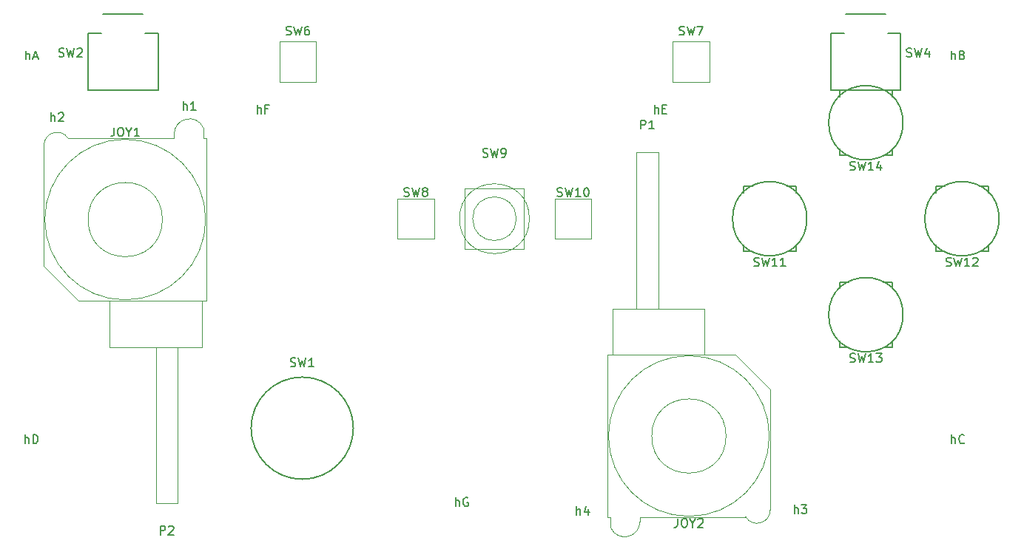
<source format=gbr>
G04 #@! TF.GenerationSoftware,KiCad,Pcbnew,(5.1.9)-1*
G04 #@! TF.CreationDate,2021-05-31T15:03:51+02:00*
G04 #@! TF.ProjectId,gamerino,67616d65-7269-46e6-9f2e-6b696361645f,01*
G04 #@! TF.SameCoordinates,Original*
G04 #@! TF.FileFunction,Legend,Top*
G04 #@! TF.FilePolarity,Positive*
%FSLAX46Y46*%
G04 Gerber Fmt 4.6, Leading zero omitted, Abs format (unit mm)*
G04 Created by KiCad (PCBNEW (5.1.9)-1) date 2021-05-31 15:03:51*
%MOMM*%
%LPD*%
G01*
G04 APERTURE LIST*
%ADD10C,0.100000*%
%ADD11C,0.150000*%
%ADD12C,0.120000*%
G04 APERTURE END LIST*
D10*
X169450543Y-102900000D02*
G75*
G03*
X169450543Y-102900000I-9200543J0D01*
G01*
X164500000Y-102900000D02*
G75*
G03*
X164500000Y-102900000I-4250000J0D01*
G01*
X154250000Y-70400000D02*
X156750000Y-70400000D01*
X160250000Y-112200000D02*
X154650000Y-112200000D01*
X160250000Y-93600000D02*
X150950000Y-93600000D01*
X150950000Y-93600000D02*
X150950000Y-112200000D01*
X151300000Y-112200000D02*
X151300000Y-113400000D01*
X154650000Y-112700000D02*
X154650000Y-112200000D01*
X160250000Y-112200000D02*
X166750000Y-112200000D01*
X151300000Y-112200000D02*
X150950000Y-112200000D01*
X169550000Y-111400000D02*
X169550000Y-102900000D01*
X169550000Y-102900000D02*
X169550000Y-97563000D01*
X160250000Y-93600000D02*
X165587000Y-93600000D01*
X169550000Y-97563000D02*
X165600000Y-93600000D01*
X151500000Y-88300000D02*
X160250000Y-88300000D01*
X160250000Y-88300000D02*
X162050000Y-88300000D01*
X162050000Y-88300000D02*
X162050000Y-93600000D01*
X151500000Y-93600000D02*
X151500000Y-88300000D01*
X154250000Y-88300000D02*
X154250000Y-70400000D01*
X156750000Y-88300000D02*
X156750000Y-70400000D01*
X154646424Y-112700001D02*
G75*
G02*
X151300001Y-113399999I-1746424J1D01*
G01*
X169550832Y-111400000D02*
G75*
G02*
X166750001Y-112149999I-1500832J0D01*
G01*
D11*
X194500000Y-74250000D02*
X193500000Y-74250000D01*
X194500000Y-75000000D02*
X194500000Y-74250000D01*
X188500000Y-74250000D02*
X189500000Y-74250000D01*
X188500000Y-75000000D02*
X188500000Y-74250000D01*
X188500000Y-81750000D02*
X188500000Y-81000000D01*
X189500000Y-81750000D02*
X188500000Y-81750000D01*
X194500000Y-81750000D02*
X193500000Y-81750000D01*
X194500000Y-81750000D02*
X194500000Y-81000000D01*
X195750000Y-78000000D02*
G75*
G03*
X195750000Y-78000000I-4250000J0D01*
G01*
D10*
X99250000Y-92700000D02*
X99250000Y-110600000D01*
X101750000Y-92700000D02*
X101750000Y-110600000D01*
X104500000Y-87400000D02*
X104500000Y-92700000D01*
X93950000Y-92700000D02*
X93950000Y-87400000D01*
X95750000Y-92700000D02*
X93950000Y-92700000D01*
X104500000Y-92700000D02*
X95750000Y-92700000D01*
X86450000Y-83437000D02*
X90400000Y-87400000D01*
X95750000Y-87400000D02*
X90413000Y-87400000D01*
X86450000Y-78100000D02*
X86450000Y-83437000D01*
X86450000Y-69600000D02*
X86450000Y-78100000D01*
X104700000Y-68800000D02*
X105050000Y-68800000D01*
X95750000Y-68800000D02*
X89250000Y-68800000D01*
X101350000Y-68300000D02*
X101350000Y-68800000D01*
X104700000Y-68800000D02*
X104700000Y-67600000D01*
X105050000Y-87400000D02*
X105050000Y-68800000D01*
X95750000Y-87400000D02*
X105050000Y-87400000D01*
X95750000Y-68800000D02*
X101350000Y-68800000D01*
X101750000Y-110600000D02*
X99250000Y-110600000D01*
X100000000Y-78100000D02*
G75*
G03*
X100000000Y-78100000I-4250000J0D01*
G01*
X104950543Y-78100000D02*
G75*
G03*
X104950543Y-78100000I-9200543J0D01*
G01*
X86449168Y-69600000D02*
G75*
G02*
X89249999Y-68850001I1500832J0D01*
G01*
X101353576Y-68299999D02*
G75*
G02*
X104699999Y-67600001I1746424J-1D01*
G01*
D12*
X142000000Y-78000000D02*
G75*
G03*
X142000000Y-78000000I-4000000J0D01*
G01*
X140500000Y-78000000D02*
G75*
G03*
X140500000Y-78000000I-2500000J0D01*
G01*
X141400000Y-81500000D02*
X141400000Y-74500000D01*
X134600000Y-81500000D02*
X134600000Y-74500000D01*
X141400000Y-74500000D02*
X134600000Y-74500000D01*
X141400000Y-81500000D02*
X134600000Y-81500000D01*
X158400000Y-57700000D02*
X158400000Y-62300000D01*
X162600000Y-62300000D02*
X158400000Y-62300000D01*
X162600000Y-57700000D02*
X158400000Y-57700000D01*
X162600000Y-57700000D02*
X162600000Y-62300000D01*
X113400000Y-57700000D02*
X113400000Y-62300000D01*
X117600000Y-62300000D02*
X113400000Y-62300000D01*
X117600000Y-57700000D02*
X113400000Y-57700000D01*
X117600000Y-57700000D02*
X117600000Y-62300000D01*
X144900000Y-75700000D02*
X144900000Y-80300000D01*
X149100000Y-80300000D02*
X144900000Y-80300000D01*
X149100000Y-75700000D02*
X144900000Y-75700000D01*
X149100000Y-75700000D02*
X149100000Y-80300000D01*
X131100000Y-75700000D02*
X131100000Y-80300000D01*
X131100000Y-75700000D02*
X126900000Y-75700000D01*
X131100000Y-80300000D02*
X126900000Y-80300000D01*
X126900000Y-75700000D02*
X126900000Y-80300000D01*
D11*
X121850000Y-102000000D02*
G75*
G03*
X121850000Y-102000000I-5850000J0D01*
G01*
X97800000Y-54520000D02*
X93200000Y-54520000D01*
X99500000Y-63250000D02*
X91500000Y-63250000D01*
X91500000Y-63250000D02*
X91500000Y-56750000D01*
X99500000Y-63250000D02*
X99500000Y-56750000D01*
X99500000Y-56750000D02*
X98000000Y-56750000D01*
X91500000Y-56750000D02*
X93000000Y-56750000D01*
X182800000Y-54520000D02*
X178200000Y-54520000D01*
X184500000Y-63250000D02*
X176500000Y-63250000D01*
X176500000Y-63250000D02*
X176500000Y-56750000D01*
X184500000Y-63250000D02*
X184500000Y-56750000D01*
X184500000Y-56750000D02*
X183000000Y-56750000D01*
X176500000Y-56750000D02*
X178000000Y-56750000D01*
X183500000Y-63250000D02*
X182500000Y-63250000D01*
X183500000Y-64000000D02*
X183500000Y-63250000D01*
X177500000Y-63250000D02*
X178500000Y-63250000D01*
X177500000Y-64000000D02*
X177500000Y-63250000D01*
X177500000Y-70750000D02*
X177500000Y-70000000D01*
X178500000Y-70750000D02*
X177500000Y-70750000D01*
X183500000Y-70750000D02*
X182500000Y-70750000D01*
X183500000Y-70750000D02*
X183500000Y-70000000D01*
X184750000Y-67000000D02*
G75*
G03*
X184750000Y-67000000I-4250000J0D01*
G01*
X183500000Y-85250000D02*
X182500000Y-85250000D01*
X183500000Y-86000000D02*
X183500000Y-85250000D01*
X177500000Y-85250000D02*
X178500000Y-85250000D01*
X177500000Y-86000000D02*
X177500000Y-85250000D01*
X177500000Y-92750000D02*
X177500000Y-92000000D01*
X178500000Y-92750000D02*
X177500000Y-92750000D01*
X183500000Y-92750000D02*
X182500000Y-92750000D01*
X183500000Y-92750000D02*
X183500000Y-92000000D01*
X184750000Y-89000000D02*
G75*
G03*
X184750000Y-89000000I-4250000J0D01*
G01*
X172500000Y-74250000D02*
X171500000Y-74250000D01*
X172500000Y-75000000D02*
X172500000Y-74250000D01*
X166500000Y-74250000D02*
X167500000Y-74250000D01*
X166500000Y-75000000D02*
X166500000Y-74250000D01*
X166500000Y-81750000D02*
X166500000Y-81000000D01*
X167500000Y-81750000D02*
X166500000Y-81750000D01*
X172500000Y-81750000D02*
X171500000Y-81750000D01*
X172500000Y-81750000D02*
X172500000Y-81000000D01*
X173750000Y-78000000D02*
G75*
G03*
X173750000Y-78000000I-4250000J0D01*
G01*
X158964285Y-112352380D02*
X158964285Y-113066666D01*
X158916666Y-113209523D01*
X158821428Y-113304761D01*
X158678571Y-113352380D01*
X158583333Y-113352380D01*
X159630952Y-112352380D02*
X159821428Y-112352380D01*
X159916666Y-112400000D01*
X160011904Y-112495238D01*
X160059523Y-112685714D01*
X160059523Y-113019047D01*
X160011904Y-113209523D01*
X159916666Y-113304761D01*
X159821428Y-113352380D01*
X159630952Y-113352380D01*
X159535714Y-113304761D01*
X159440476Y-113209523D01*
X159392857Y-113019047D01*
X159392857Y-112685714D01*
X159440476Y-112495238D01*
X159535714Y-112400000D01*
X159630952Y-112352380D01*
X160678571Y-112876190D02*
X160678571Y-113352380D01*
X160345238Y-112352380D02*
X160678571Y-112876190D01*
X161011904Y-112352380D01*
X161297619Y-112447619D02*
X161345238Y-112400000D01*
X161440476Y-112352380D01*
X161678571Y-112352380D01*
X161773809Y-112400000D01*
X161821428Y-112447619D01*
X161869047Y-112542857D01*
X161869047Y-112638095D01*
X161821428Y-112780952D01*
X161250000Y-113352380D01*
X161869047Y-113352380D01*
X189690475Y-83404761D02*
X189833332Y-83452380D01*
X190071427Y-83452380D01*
X190166665Y-83404761D01*
X190214284Y-83357142D01*
X190261903Y-83261904D01*
X190261903Y-83166666D01*
X190214284Y-83071428D01*
X190166665Y-83023809D01*
X190071427Y-82976190D01*
X189880951Y-82928571D01*
X189785713Y-82880952D01*
X189738094Y-82833333D01*
X189690475Y-82738095D01*
X189690475Y-82642857D01*
X189738094Y-82547619D01*
X189785713Y-82500000D01*
X189880951Y-82452380D01*
X190119046Y-82452380D01*
X190261903Y-82500000D01*
X190595237Y-82452380D02*
X190833332Y-83452380D01*
X191023808Y-82738095D01*
X191214284Y-83452380D01*
X191452379Y-82452380D01*
X192357141Y-83452380D02*
X191785713Y-83452380D01*
X192071427Y-83452380D02*
X192071427Y-82452380D01*
X191976189Y-82595238D01*
X191880951Y-82690476D01*
X191785713Y-82738095D01*
X192738094Y-82547619D02*
X192785713Y-82500000D01*
X192880951Y-82452380D01*
X193119046Y-82452380D01*
X193214284Y-82500000D01*
X193261903Y-82547619D01*
X193309522Y-82642857D01*
X193309522Y-82738095D01*
X193261903Y-82880952D01*
X192690475Y-83452380D01*
X193309522Y-83452380D01*
X94464285Y-67552380D02*
X94464285Y-68266666D01*
X94416666Y-68409523D01*
X94321428Y-68504761D01*
X94178571Y-68552380D01*
X94083333Y-68552380D01*
X95130952Y-67552380D02*
X95321428Y-67552380D01*
X95416666Y-67600000D01*
X95511904Y-67695238D01*
X95559523Y-67885714D01*
X95559523Y-68219047D01*
X95511904Y-68409523D01*
X95416666Y-68504761D01*
X95321428Y-68552380D01*
X95130952Y-68552380D01*
X95035714Y-68504761D01*
X94940476Y-68409523D01*
X94892857Y-68219047D01*
X94892857Y-67885714D01*
X94940476Y-67695238D01*
X95035714Y-67600000D01*
X95130952Y-67552380D01*
X96178571Y-68076190D02*
X96178571Y-68552380D01*
X95845238Y-67552380D02*
X96178571Y-68076190D01*
X96511904Y-67552380D01*
X97369047Y-68552380D02*
X96797619Y-68552380D01*
X97083333Y-68552380D02*
X97083333Y-67552380D01*
X96988095Y-67695238D01*
X96892857Y-67790476D01*
X96797619Y-67838095D01*
X133535714Y-110952380D02*
X133535714Y-109952380D01*
X133964285Y-110952380D02*
X133964285Y-110428571D01*
X133916666Y-110333333D01*
X133821428Y-110285714D01*
X133678571Y-110285714D01*
X133583333Y-110333333D01*
X133535714Y-110380952D01*
X134964285Y-110000000D02*
X134869047Y-109952380D01*
X134726190Y-109952380D01*
X134583333Y-110000000D01*
X134488095Y-110095238D01*
X134440476Y-110190476D01*
X134392857Y-110380952D01*
X134392857Y-110523809D01*
X134440476Y-110714285D01*
X134488095Y-110809523D01*
X134583333Y-110904761D01*
X134726190Y-110952380D01*
X134821428Y-110952380D01*
X134964285Y-110904761D01*
X135011904Y-110857142D01*
X135011904Y-110523809D01*
X134821428Y-110523809D01*
X110857142Y-65952380D02*
X110857142Y-64952380D01*
X111285714Y-65952380D02*
X111285714Y-65428571D01*
X111238095Y-65333333D01*
X111142857Y-65285714D01*
X111000000Y-65285714D01*
X110904761Y-65333333D01*
X110857142Y-65380952D01*
X112095238Y-65428571D02*
X111761904Y-65428571D01*
X111761904Y-65952380D02*
X111761904Y-64952380D01*
X112238095Y-64952380D01*
X156333333Y-65952380D02*
X156333333Y-64952380D01*
X156761904Y-65952380D02*
X156761904Y-65428571D01*
X156714285Y-65333333D01*
X156619047Y-65285714D01*
X156476190Y-65285714D01*
X156380952Y-65333333D01*
X156333333Y-65380952D01*
X157238095Y-65428571D02*
X157571428Y-65428571D01*
X157714285Y-65952380D02*
X157238095Y-65952380D01*
X157238095Y-64952380D01*
X157714285Y-64952380D01*
X154761904Y-67702380D02*
X154761904Y-66702380D01*
X155142857Y-66702380D01*
X155238095Y-66750000D01*
X155285714Y-66797619D01*
X155333333Y-66892857D01*
X155333333Y-67035714D01*
X155285714Y-67130952D01*
X155238095Y-67178571D01*
X155142857Y-67226190D01*
X154761904Y-67226190D01*
X156285714Y-67702380D02*
X155714285Y-67702380D01*
X156000000Y-67702380D02*
X156000000Y-66702380D01*
X155904761Y-66845238D01*
X155809523Y-66940476D01*
X155714285Y-66988095D01*
X99761904Y-114202380D02*
X99761904Y-113202380D01*
X100142857Y-113202380D01*
X100238095Y-113250000D01*
X100285714Y-113297619D01*
X100333333Y-113392857D01*
X100333333Y-113535714D01*
X100285714Y-113630952D01*
X100238095Y-113678571D01*
X100142857Y-113726190D01*
X99761904Y-113726190D01*
X100714285Y-113297619D02*
X100761904Y-113250000D01*
X100857142Y-113202380D01*
X101095238Y-113202380D01*
X101190476Y-113250000D01*
X101238095Y-113297619D01*
X101285714Y-113392857D01*
X101285714Y-113488095D01*
X101238095Y-113630952D01*
X100666666Y-114202380D01*
X101285714Y-114202380D01*
X136666666Y-70904761D02*
X136809523Y-70952380D01*
X137047619Y-70952380D01*
X137142857Y-70904761D01*
X137190476Y-70857142D01*
X137238095Y-70761904D01*
X137238095Y-70666666D01*
X137190476Y-70571428D01*
X137142857Y-70523809D01*
X137047619Y-70476190D01*
X136857142Y-70428571D01*
X136761904Y-70380952D01*
X136714285Y-70333333D01*
X136666666Y-70238095D01*
X136666666Y-70142857D01*
X136714285Y-70047619D01*
X136761904Y-70000000D01*
X136857142Y-69952380D01*
X137095238Y-69952380D01*
X137238095Y-70000000D01*
X137571428Y-69952380D02*
X137809523Y-70952380D01*
X138000000Y-70238095D01*
X138190476Y-70952380D01*
X138428571Y-69952380D01*
X138857142Y-70952380D02*
X139047619Y-70952380D01*
X139142857Y-70904761D01*
X139190476Y-70857142D01*
X139285714Y-70714285D01*
X139333333Y-70523809D01*
X139333333Y-70142857D01*
X139285714Y-70047619D01*
X139238095Y-70000000D01*
X139142857Y-69952380D01*
X138952380Y-69952380D01*
X138857142Y-70000000D01*
X138809523Y-70047619D01*
X138761904Y-70142857D01*
X138761904Y-70380952D01*
X138809523Y-70476190D01*
X138857142Y-70523809D01*
X138952380Y-70571428D01*
X139142857Y-70571428D01*
X139238095Y-70523809D01*
X139285714Y-70476190D01*
X139333333Y-70380952D01*
X159166666Y-56904761D02*
X159309523Y-56952380D01*
X159547619Y-56952380D01*
X159642857Y-56904761D01*
X159690476Y-56857142D01*
X159738095Y-56761904D01*
X159738095Y-56666666D01*
X159690476Y-56571428D01*
X159642857Y-56523809D01*
X159547619Y-56476190D01*
X159357142Y-56428571D01*
X159261904Y-56380952D01*
X159214285Y-56333333D01*
X159166666Y-56238095D01*
X159166666Y-56142857D01*
X159214285Y-56047619D01*
X159261904Y-56000000D01*
X159357142Y-55952380D01*
X159595238Y-55952380D01*
X159738095Y-56000000D01*
X160071428Y-55952380D02*
X160309523Y-56952380D01*
X160500000Y-56238095D01*
X160690476Y-56952380D01*
X160928571Y-55952380D01*
X161214285Y-55952380D02*
X161880952Y-55952380D01*
X161452380Y-56952380D01*
X114166666Y-56904761D02*
X114309523Y-56952380D01*
X114547619Y-56952380D01*
X114642857Y-56904761D01*
X114690476Y-56857142D01*
X114738095Y-56761904D01*
X114738095Y-56666666D01*
X114690476Y-56571428D01*
X114642857Y-56523809D01*
X114547619Y-56476190D01*
X114357142Y-56428571D01*
X114261904Y-56380952D01*
X114214285Y-56333333D01*
X114166666Y-56238095D01*
X114166666Y-56142857D01*
X114214285Y-56047619D01*
X114261904Y-56000000D01*
X114357142Y-55952380D01*
X114595238Y-55952380D01*
X114738095Y-56000000D01*
X115071428Y-55952380D02*
X115309523Y-56952380D01*
X115500000Y-56238095D01*
X115690476Y-56952380D01*
X115928571Y-55952380D01*
X116738095Y-55952380D02*
X116547619Y-55952380D01*
X116452380Y-56000000D01*
X116404761Y-56047619D01*
X116309523Y-56190476D01*
X116261904Y-56380952D01*
X116261904Y-56761904D01*
X116309523Y-56857142D01*
X116357142Y-56904761D01*
X116452380Y-56952380D01*
X116642857Y-56952380D01*
X116738095Y-56904761D01*
X116785714Y-56857142D01*
X116833333Y-56761904D01*
X116833333Y-56523809D01*
X116785714Y-56428571D01*
X116738095Y-56380952D01*
X116642857Y-56333333D01*
X116452380Y-56333333D01*
X116357142Y-56380952D01*
X116309523Y-56428571D01*
X116261904Y-56523809D01*
X145190476Y-75404761D02*
X145333333Y-75452380D01*
X145571428Y-75452380D01*
X145666666Y-75404761D01*
X145714285Y-75357142D01*
X145761904Y-75261904D01*
X145761904Y-75166666D01*
X145714285Y-75071428D01*
X145666666Y-75023809D01*
X145571428Y-74976190D01*
X145380952Y-74928571D01*
X145285714Y-74880952D01*
X145238095Y-74833333D01*
X145190476Y-74738095D01*
X145190476Y-74642857D01*
X145238095Y-74547619D01*
X145285714Y-74500000D01*
X145380952Y-74452380D01*
X145619047Y-74452380D01*
X145761904Y-74500000D01*
X146095238Y-74452380D02*
X146333333Y-75452380D01*
X146523809Y-74738095D01*
X146714285Y-75452380D01*
X146952380Y-74452380D01*
X147857142Y-75452380D02*
X147285714Y-75452380D01*
X147571428Y-75452380D02*
X147571428Y-74452380D01*
X147476190Y-74595238D01*
X147380952Y-74690476D01*
X147285714Y-74738095D01*
X148476190Y-74452380D02*
X148571428Y-74452380D01*
X148666666Y-74500000D01*
X148714285Y-74547619D01*
X148761904Y-74642857D01*
X148809523Y-74833333D01*
X148809523Y-75071428D01*
X148761904Y-75261904D01*
X148714285Y-75357142D01*
X148666666Y-75404761D01*
X148571428Y-75452380D01*
X148476190Y-75452380D01*
X148380952Y-75404761D01*
X148333333Y-75357142D01*
X148285714Y-75261904D01*
X148238095Y-75071428D01*
X148238095Y-74833333D01*
X148285714Y-74642857D01*
X148333333Y-74547619D01*
X148380952Y-74500000D01*
X148476190Y-74452380D01*
X127666666Y-75404761D02*
X127809523Y-75452380D01*
X128047619Y-75452380D01*
X128142857Y-75404761D01*
X128190476Y-75357142D01*
X128238095Y-75261904D01*
X128238095Y-75166666D01*
X128190476Y-75071428D01*
X128142857Y-75023809D01*
X128047619Y-74976190D01*
X127857142Y-74928571D01*
X127761904Y-74880952D01*
X127714285Y-74833333D01*
X127666666Y-74738095D01*
X127666666Y-74642857D01*
X127714285Y-74547619D01*
X127761904Y-74500000D01*
X127857142Y-74452380D01*
X128095238Y-74452380D01*
X128238095Y-74500000D01*
X128571428Y-74452380D02*
X128809523Y-75452380D01*
X129000000Y-74738095D01*
X129190476Y-75452380D01*
X129428571Y-74452380D01*
X129952380Y-74880952D02*
X129857142Y-74833333D01*
X129809523Y-74785714D01*
X129761904Y-74690476D01*
X129761904Y-74642857D01*
X129809523Y-74547619D01*
X129857142Y-74500000D01*
X129952380Y-74452380D01*
X130142857Y-74452380D01*
X130238095Y-74500000D01*
X130285714Y-74547619D01*
X130333333Y-74642857D01*
X130333333Y-74690476D01*
X130285714Y-74785714D01*
X130238095Y-74833333D01*
X130142857Y-74880952D01*
X129952380Y-74880952D01*
X129857142Y-74928571D01*
X129809523Y-74976190D01*
X129761904Y-75071428D01*
X129761904Y-75261904D01*
X129809523Y-75357142D01*
X129857142Y-75404761D01*
X129952380Y-75452380D01*
X130142857Y-75452380D01*
X130238095Y-75404761D01*
X130285714Y-75357142D01*
X130333333Y-75261904D01*
X130333333Y-75071428D01*
X130285714Y-74976190D01*
X130238095Y-74928571D01*
X130142857Y-74880952D01*
X84285714Y-103752380D02*
X84285714Y-102752380D01*
X84714285Y-103752380D02*
X84714285Y-103228571D01*
X84666666Y-103133333D01*
X84571428Y-103085714D01*
X84428571Y-103085714D01*
X84333333Y-103133333D01*
X84285714Y-103180952D01*
X85190476Y-103752380D02*
X85190476Y-102752380D01*
X85428571Y-102752380D01*
X85571428Y-102800000D01*
X85666666Y-102895238D01*
X85714285Y-102990476D01*
X85761904Y-103180952D01*
X85761904Y-103323809D01*
X85714285Y-103514285D01*
X85666666Y-103609523D01*
X85571428Y-103704761D01*
X85428571Y-103752380D01*
X85190476Y-103752380D01*
X84357142Y-59752380D02*
X84357142Y-58752380D01*
X84785714Y-59752380D02*
X84785714Y-59228571D01*
X84738095Y-59133333D01*
X84642857Y-59085714D01*
X84500000Y-59085714D01*
X84404761Y-59133333D01*
X84357142Y-59180952D01*
X85214285Y-59466666D02*
X85690476Y-59466666D01*
X85119047Y-59752380D02*
X85452380Y-58752380D01*
X85785714Y-59752380D01*
X190285714Y-59752380D02*
X190285714Y-58752380D01*
X190714285Y-59752380D02*
X190714285Y-59228571D01*
X190666666Y-59133333D01*
X190571428Y-59085714D01*
X190428571Y-59085714D01*
X190333333Y-59133333D01*
X190285714Y-59180952D01*
X191523809Y-59228571D02*
X191666666Y-59276190D01*
X191714285Y-59323809D01*
X191761904Y-59419047D01*
X191761904Y-59561904D01*
X191714285Y-59657142D01*
X191666666Y-59704761D01*
X191571428Y-59752380D01*
X191190476Y-59752380D01*
X191190476Y-58752380D01*
X191523809Y-58752380D01*
X191619047Y-58800000D01*
X191666666Y-58847619D01*
X191714285Y-58942857D01*
X191714285Y-59038095D01*
X191666666Y-59133333D01*
X191619047Y-59180952D01*
X191523809Y-59228571D01*
X191190476Y-59228571D01*
X190285714Y-103752380D02*
X190285714Y-102752380D01*
X190714285Y-103752380D02*
X190714285Y-103228571D01*
X190666666Y-103133333D01*
X190571428Y-103085714D01*
X190428571Y-103085714D01*
X190333333Y-103133333D01*
X190285714Y-103180952D01*
X191761904Y-103657142D02*
X191714285Y-103704761D01*
X191571428Y-103752380D01*
X191476190Y-103752380D01*
X191333333Y-103704761D01*
X191238095Y-103609523D01*
X191190476Y-103514285D01*
X191142857Y-103323809D01*
X191142857Y-103180952D01*
X191190476Y-102990476D01*
X191238095Y-102895238D01*
X191333333Y-102800000D01*
X191476190Y-102752380D01*
X191571428Y-102752380D01*
X191714285Y-102800000D01*
X191761904Y-102847619D01*
X114666666Y-94904761D02*
X114809523Y-94952380D01*
X115047619Y-94952380D01*
X115142857Y-94904761D01*
X115190476Y-94857142D01*
X115238095Y-94761904D01*
X115238095Y-94666666D01*
X115190476Y-94571428D01*
X115142857Y-94523809D01*
X115047619Y-94476190D01*
X114857142Y-94428571D01*
X114761904Y-94380952D01*
X114714285Y-94333333D01*
X114666666Y-94238095D01*
X114666666Y-94142857D01*
X114714285Y-94047619D01*
X114761904Y-94000000D01*
X114857142Y-93952380D01*
X115095238Y-93952380D01*
X115238095Y-94000000D01*
X115571428Y-93952380D02*
X115809523Y-94952380D01*
X116000000Y-94238095D01*
X116190476Y-94952380D01*
X116428571Y-93952380D01*
X117333333Y-94952380D02*
X116761904Y-94952380D01*
X117047619Y-94952380D02*
X117047619Y-93952380D01*
X116952380Y-94095238D01*
X116857142Y-94190476D01*
X116761904Y-94238095D01*
X172309523Y-111784880D02*
X172309523Y-110784880D01*
X172738095Y-111784880D02*
X172738095Y-111261071D01*
X172690476Y-111165833D01*
X172595238Y-111118214D01*
X172452380Y-111118214D01*
X172357142Y-111165833D01*
X172309523Y-111213452D01*
X173119047Y-110784880D02*
X173738095Y-110784880D01*
X173404761Y-111165833D01*
X173547619Y-111165833D01*
X173642857Y-111213452D01*
X173690476Y-111261071D01*
X173738095Y-111356309D01*
X173738095Y-111594404D01*
X173690476Y-111689642D01*
X173642857Y-111737261D01*
X173547619Y-111784880D01*
X173261904Y-111784880D01*
X173166666Y-111737261D01*
X173119047Y-111689642D01*
X147409523Y-111952380D02*
X147409523Y-110952380D01*
X147838095Y-111952380D02*
X147838095Y-111428571D01*
X147790476Y-111333333D01*
X147695238Y-111285714D01*
X147552380Y-111285714D01*
X147457142Y-111333333D01*
X147409523Y-111380952D01*
X148742857Y-111285714D02*
X148742857Y-111952380D01*
X148504761Y-110904761D02*
X148266666Y-111619047D01*
X148885714Y-111619047D01*
X87259523Y-66852380D02*
X87259523Y-65852380D01*
X87688095Y-66852380D02*
X87688095Y-66328571D01*
X87640476Y-66233333D01*
X87545238Y-66185714D01*
X87402380Y-66185714D01*
X87307142Y-66233333D01*
X87259523Y-66280952D01*
X88116666Y-65947619D02*
X88164285Y-65900000D01*
X88259523Y-65852380D01*
X88497619Y-65852380D01*
X88592857Y-65900000D01*
X88640476Y-65947619D01*
X88688095Y-66042857D01*
X88688095Y-66138095D01*
X88640476Y-66280952D01*
X88069047Y-66852380D01*
X88688095Y-66852380D01*
X102409523Y-65552380D02*
X102409523Y-64552380D01*
X102838095Y-65552380D02*
X102838095Y-65028571D01*
X102790476Y-64933333D01*
X102695238Y-64885714D01*
X102552380Y-64885714D01*
X102457142Y-64933333D01*
X102409523Y-64980952D01*
X103838095Y-65552380D02*
X103266666Y-65552380D01*
X103552380Y-65552380D02*
X103552380Y-64552380D01*
X103457142Y-64695238D01*
X103361904Y-64790476D01*
X103266666Y-64838095D01*
X88166666Y-59404761D02*
X88309523Y-59452380D01*
X88547619Y-59452380D01*
X88642857Y-59404761D01*
X88690476Y-59357142D01*
X88738095Y-59261904D01*
X88738095Y-59166666D01*
X88690476Y-59071428D01*
X88642857Y-59023809D01*
X88547619Y-58976190D01*
X88357142Y-58928571D01*
X88261904Y-58880952D01*
X88214285Y-58833333D01*
X88166666Y-58738095D01*
X88166666Y-58642857D01*
X88214285Y-58547619D01*
X88261904Y-58500000D01*
X88357142Y-58452380D01*
X88595238Y-58452380D01*
X88738095Y-58500000D01*
X89071428Y-58452380D02*
X89309523Y-59452380D01*
X89500000Y-58738095D01*
X89690476Y-59452380D01*
X89928571Y-58452380D01*
X90261904Y-58547619D02*
X90309523Y-58500000D01*
X90404761Y-58452380D01*
X90642857Y-58452380D01*
X90738095Y-58500000D01*
X90785714Y-58547619D01*
X90833333Y-58642857D01*
X90833333Y-58738095D01*
X90785714Y-58880952D01*
X90214285Y-59452380D01*
X90833333Y-59452380D01*
X185166666Y-59404761D02*
X185309523Y-59452380D01*
X185547619Y-59452380D01*
X185642857Y-59404761D01*
X185690476Y-59357142D01*
X185738095Y-59261904D01*
X185738095Y-59166666D01*
X185690476Y-59071428D01*
X185642857Y-59023809D01*
X185547619Y-58976190D01*
X185357142Y-58928571D01*
X185261904Y-58880952D01*
X185214285Y-58833333D01*
X185166666Y-58738095D01*
X185166666Y-58642857D01*
X185214285Y-58547619D01*
X185261904Y-58500000D01*
X185357142Y-58452380D01*
X185595238Y-58452380D01*
X185738095Y-58500000D01*
X186071428Y-58452380D02*
X186309523Y-59452380D01*
X186500000Y-58738095D01*
X186690476Y-59452380D01*
X186928571Y-58452380D01*
X187738095Y-58785714D02*
X187738095Y-59452380D01*
X187500000Y-58404761D02*
X187261904Y-59119047D01*
X187880952Y-59119047D01*
X178690475Y-72404761D02*
X178833332Y-72452380D01*
X179071427Y-72452380D01*
X179166665Y-72404761D01*
X179214284Y-72357142D01*
X179261903Y-72261904D01*
X179261903Y-72166666D01*
X179214284Y-72071428D01*
X179166665Y-72023809D01*
X179071427Y-71976190D01*
X178880951Y-71928571D01*
X178785713Y-71880952D01*
X178738094Y-71833333D01*
X178690475Y-71738095D01*
X178690475Y-71642857D01*
X178738094Y-71547619D01*
X178785713Y-71500000D01*
X178880951Y-71452380D01*
X179119046Y-71452380D01*
X179261903Y-71500000D01*
X179595237Y-71452380D02*
X179833332Y-72452380D01*
X180023808Y-71738095D01*
X180214284Y-72452380D01*
X180452379Y-71452380D01*
X181357141Y-72452380D02*
X180785713Y-72452380D01*
X181071427Y-72452380D02*
X181071427Y-71452380D01*
X180976189Y-71595238D01*
X180880951Y-71690476D01*
X180785713Y-71738095D01*
X182214284Y-71785714D02*
X182214284Y-72452380D01*
X181976189Y-71404761D02*
X181738094Y-72119047D01*
X182357141Y-72119047D01*
X178690476Y-94404761D02*
X178833333Y-94452380D01*
X179071428Y-94452380D01*
X179166666Y-94404761D01*
X179214285Y-94357142D01*
X179261904Y-94261904D01*
X179261904Y-94166666D01*
X179214285Y-94071428D01*
X179166666Y-94023809D01*
X179071428Y-93976190D01*
X178880952Y-93928571D01*
X178785714Y-93880952D01*
X178738095Y-93833333D01*
X178690476Y-93738095D01*
X178690476Y-93642857D01*
X178738095Y-93547619D01*
X178785714Y-93500000D01*
X178880952Y-93452380D01*
X179119047Y-93452380D01*
X179261904Y-93500000D01*
X179595238Y-93452380D02*
X179833333Y-94452380D01*
X180023809Y-93738095D01*
X180214285Y-94452380D01*
X180452380Y-93452380D01*
X181357142Y-94452380D02*
X180785714Y-94452380D01*
X181071428Y-94452380D02*
X181071428Y-93452380D01*
X180976190Y-93595238D01*
X180880952Y-93690476D01*
X180785714Y-93738095D01*
X181690476Y-93452380D02*
X182309523Y-93452380D01*
X181976190Y-93833333D01*
X182119047Y-93833333D01*
X182214285Y-93880952D01*
X182261904Y-93928571D01*
X182309523Y-94023809D01*
X182309523Y-94261904D01*
X182261904Y-94357142D01*
X182214285Y-94404761D01*
X182119047Y-94452380D01*
X181833333Y-94452380D01*
X181738095Y-94404761D01*
X181690476Y-94357142D01*
X167690476Y-83404761D02*
X167833333Y-83452380D01*
X168071428Y-83452380D01*
X168166666Y-83404761D01*
X168214285Y-83357142D01*
X168261904Y-83261904D01*
X168261904Y-83166666D01*
X168214285Y-83071428D01*
X168166666Y-83023809D01*
X168071428Y-82976190D01*
X167880952Y-82928571D01*
X167785714Y-82880952D01*
X167738095Y-82833333D01*
X167690476Y-82738095D01*
X167690476Y-82642857D01*
X167738095Y-82547619D01*
X167785714Y-82500000D01*
X167880952Y-82452380D01*
X168119047Y-82452380D01*
X168261904Y-82500000D01*
X168595238Y-82452380D02*
X168833333Y-83452380D01*
X169023809Y-82738095D01*
X169214285Y-83452380D01*
X169452380Y-82452380D01*
X170357142Y-83452380D02*
X169785714Y-83452380D01*
X170071428Y-83452380D02*
X170071428Y-82452380D01*
X169976190Y-82595238D01*
X169880952Y-82690476D01*
X169785714Y-82738095D01*
X171309523Y-83452380D02*
X170738095Y-83452380D01*
X171023809Y-83452380D02*
X171023809Y-82452380D01*
X170928571Y-82595238D01*
X170833333Y-82690476D01*
X170738095Y-82738095D01*
M02*

</source>
